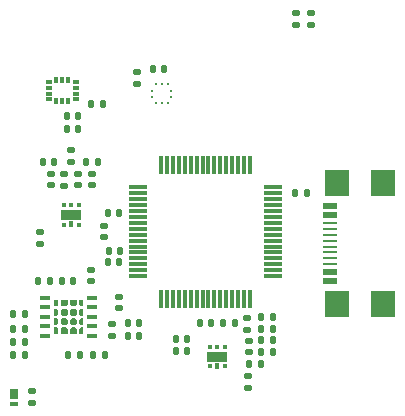
<source format=gbr>
%TF.GenerationSoftware,KiCad,Pcbnew,9.0.1*%
%TF.CreationDate,2025-04-28T02:05:13+08:00*%
%TF.ProjectId,Flight_Control,466c6967-6874-45f4-936f-6e74726f6c2e,rev?*%
%TF.SameCoordinates,Original*%
%TF.FileFunction,Paste,Top*%
%TF.FilePolarity,Positive*%
%FSLAX46Y46*%
G04 Gerber Fmt 4.6, Leading zero omitted, Abs format (unit mm)*
G04 Created by KiCad (PCBNEW 9.0.1) date 2025-04-28 02:05:13*
%MOMM*%
%LPD*%
G01*
G04 APERTURE LIST*
G04 Aperture macros list*
%AMRoundRect*
0 Rectangle with rounded corners*
0 $1 Rounding radius*
0 $2 $3 $4 $5 $6 $7 $8 $9 X,Y pos of 4 corners*
0 Add a 4 corners polygon primitive as box body*
4,1,4,$2,$3,$4,$5,$6,$7,$8,$9,$2,$3,0*
0 Add four circle primitives for the rounded corners*
1,1,$1+$1,$2,$3*
1,1,$1+$1,$4,$5*
1,1,$1+$1,$6,$7*
1,1,$1+$1,$8,$9*
0 Add four rect primitives between the rounded corners*
20,1,$1+$1,$2,$3,$4,$5,0*
20,1,$1+$1,$4,$5,$6,$7,0*
20,1,$1+$1,$6,$7,$8,$9,0*
20,1,$1+$1,$8,$9,$2,$3,0*%
G04 Aperture macros list end*
%ADD10C,0.000000*%
%ADD11RoundRect,0.140000X0.140000X0.170000X-0.140000X0.170000X-0.140000X-0.170000X0.140000X-0.170000X0*%
%ADD12RoundRect,0.140000X0.170000X-0.140000X0.170000X0.140000X-0.170000X0.140000X-0.170000X-0.140000X0*%
%ADD13RoundRect,0.135000X0.135000X0.185000X-0.135000X0.185000X-0.135000X-0.185000X0.135000X-0.185000X0*%
%ADD14RoundRect,0.140000X-0.140000X-0.170000X0.140000X-0.170000X0.140000X0.170000X-0.140000X0.170000X0*%
%ADD15R,1.150000X0.500000*%
%ADD16R,1.150000X0.250000*%
%ADD17R,2.000000X2.180000*%
%ADD18RoundRect,0.140000X-0.170000X0.140000X-0.170000X-0.140000X0.170000X-0.140000X0.170000X0.140000X0*%
%ADD19RoundRect,0.135000X-0.185000X0.135000X-0.185000X-0.135000X0.185000X-0.135000X0.185000X0.135000X0*%
%ADD20RoundRect,0.135000X0.185000X-0.135000X0.185000X0.135000X-0.185000X0.135000X-0.185000X-0.135000X0*%
%ADD21R,0.370000X0.450000*%
%ADD22R,0.370000X0.600000*%
%ADD23R,1.670000X0.900000*%
%ADD24R,0.279400X0.254000*%
%ADD25R,0.254000X0.279400*%
%ADD26RoundRect,0.075000X-0.700000X-0.075000X0.700000X-0.075000X0.700000X0.075000X-0.700000X0.075000X0*%
%ADD27RoundRect,0.075000X-0.075000X-0.700000X0.075000X-0.700000X0.075000X0.700000X-0.075000X0.700000X0*%
%ADD28R,0.533400X0.304800*%
%ADD29R,0.304800X0.533400*%
%ADD30RoundRect,0.135000X-0.135000X-0.185000X0.135000X-0.185000X0.135000X0.185000X-0.135000X0.185000X0*%
%ADD31R,0.838200X0.355600*%
%ADD32RoundRect,0.075000X-0.275000X0.390000X-0.275000X-0.390000X0.275000X-0.390000X0.275000X0.390000X0*%
%ADD33RoundRect,0.075000X-0.275000X0.075000X-0.275000X-0.075000X0.275000X-0.075000X0.275000X0.075000X0*%
%ADD34RoundRect,0.147500X-0.147500X-0.172500X0.147500X-0.172500X0.147500X0.172500X-0.147500X0.172500X0*%
G04 APERTURE END LIST*
D10*
%TO.C,U5*%
G36*
X143569100Y-120477800D02*
G01*
X142730900Y-120477800D01*
X142730900Y-120122200D01*
X143569100Y-120122200D01*
X143569100Y-120477800D01*
G37*
G36*
X143569100Y-121277801D02*
G01*
X142730900Y-121277801D01*
X142730900Y-120922201D01*
X143569100Y-120922201D01*
X143569100Y-121277801D01*
G37*
G36*
X143569100Y-122077799D02*
G01*
X142730900Y-122077799D01*
X142730900Y-121722199D01*
X143569100Y-121722199D01*
X143569100Y-122077799D01*
G37*
G36*
X143569100Y-122877800D02*
G01*
X142730900Y-122877800D01*
X142730900Y-122522200D01*
X143569100Y-122522200D01*
X143569100Y-122877800D01*
G37*
G36*
X143569100Y-123677798D02*
G01*
X142730900Y-123677798D01*
X142730900Y-123322198D01*
X143569100Y-123322198D01*
X143569100Y-123677798D01*
G37*
G36*
X147519100Y-120477800D02*
G01*
X146680900Y-120477800D01*
X146680900Y-120122200D01*
X147519100Y-120122200D01*
X147519100Y-120477800D01*
G37*
G36*
X147519100Y-121277798D02*
G01*
X146680900Y-121277798D01*
X146680900Y-120922198D01*
X147519100Y-120922198D01*
X147519100Y-121277798D01*
G37*
G36*
X147519100Y-122077799D02*
G01*
X146680900Y-122077799D01*
X146680900Y-121722199D01*
X147519100Y-121722199D01*
X147519100Y-122077799D01*
G37*
G36*
X147519100Y-122877797D02*
G01*
X146680900Y-122877797D01*
X146680900Y-122522197D01*
X147519100Y-122522197D01*
X147519100Y-122877797D01*
G37*
G36*
X147519100Y-123677798D02*
G01*
X146680900Y-123677798D01*
X146680900Y-123322198D01*
X147519100Y-123322198D01*
X147519100Y-123677798D01*
G37*
G36*
X144237600Y-120871178D02*
G01*
X144096179Y-121012599D01*
X143904530Y-121012599D01*
X143904530Y-120476329D01*
X144237600Y-120476329D01*
X144237600Y-120871178D01*
G37*
G36*
X144237600Y-122928820D02*
G01*
X144237600Y-123323669D01*
X143904530Y-123323669D01*
X143904530Y-122787399D01*
X144096179Y-122787399D01*
X144237600Y-122928820D01*
G37*
G36*
X146345470Y-121012599D02*
G01*
X146153821Y-121012599D01*
X146012400Y-120871178D01*
X146012400Y-120476329D01*
X146345470Y-120476329D01*
X146345470Y-121012599D01*
G37*
G36*
X146345470Y-123323669D02*
G01*
X146012400Y-123323669D01*
X146012400Y-122928820D01*
X146153821Y-122787399D01*
X146345470Y-122787399D01*
X146345470Y-123323669D01*
G37*
G36*
X144237600Y-121354020D02*
G01*
X144237600Y-121658578D01*
X144096179Y-121799999D01*
X143904530Y-121799999D01*
X143904530Y-121212599D01*
X144096179Y-121212599D01*
X144237600Y-121354020D01*
G37*
G36*
X144237600Y-122141420D02*
G01*
X144237600Y-122445978D01*
X144096179Y-122587399D01*
X143904530Y-122587399D01*
X143904530Y-121999999D01*
X144096179Y-121999999D01*
X144237600Y-122141420D01*
G37*
G36*
X145025000Y-120871178D02*
G01*
X144883579Y-121012599D01*
X144579021Y-121012599D01*
X144437600Y-120871178D01*
X144437600Y-120476329D01*
X145025000Y-120476329D01*
X145025000Y-120871178D01*
G37*
G36*
X145025000Y-122928820D02*
G01*
X145025000Y-123323669D01*
X144437600Y-123323669D01*
X144437600Y-122928820D01*
X144579021Y-122787399D01*
X144883579Y-122787399D01*
X145025000Y-122928820D01*
G37*
G36*
X145812400Y-120871178D02*
G01*
X145670979Y-121012599D01*
X145366421Y-121012599D01*
X145225000Y-120871178D01*
X145225000Y-120476329D01*
X145812400Y-120476329D01*
X145812400Y-120871178D01*
G37*
G36*
X145812400Y-122928820D02*
G01*
X145812400Y-123323669D01*
X145225000Y-123323669D01*
X145225000Y-122928820D01*
X145366421Y-122787399D01*
X145670979Y-122787399D01*
X145812400Y-122928820D01*
G37*
G36*
X146345470Y-121799999D02*
G01*
X146153821Y-121799999D01*
X146012400Y-121658578D01*
X146012400Y-121354020D01*
X146153821Y-121212599D01*
X146345470Y-121212599D01*
X146345470Y-121799999D01*
G37*
G36*
X146345470Y-122587399D02*
G01*
X146153821Y-122587399D01*
X146012400Y-122445978D01*
X146012400Y-122141420D01*
X146153821Y-121999999D01*
X146345470Y-121999999D01*
X146345470Y-122587399D01*
G37*
G36*
X145025000Y-121354020D02*
G01*
X145025000Y-121658578D01*
X144883579Y-121799999D01*
X144579021Y-121799999D01*
X144437600Y-121658578D01*
X144437600Y-121354020D01*
X144579021Y-121212599D01*
X144883579Y-121212599D01*
X145025000Y-121354020D01*
G37*
G36*
X145025000Y-122141420D02*
G01*
X145025000Y-122445978D01*
X144883579Y-122587399D01*
X144579021Y-122587399D01*
X144437600Y-122445978D01*
X144437600Y-122141420D01*
X144579021Y-121999999D01*
X144883579Y-121999999D01*
X145025000Y-122141420D01*
G37*
G36*
X145812400Y-121354020D02*
G01*
X145812400Y-121658578D01*
X145670979Y-121799999D01*
X145366421Y-121799999D01*
X145225000Y-121658578D01*
X145225000Y-121354020D01*
X145366421Y-121212599D01*
X145670979Y-121212599D01*
X145812400Y-121354020D01*
G37*
G36*
X145812400Y-122141420D02*
G01*
X145812400Y-122445978D01*
X145670979Y-122587399D01*
X145366421Y-122587399D01*
X145225000Y-122445978D01*
X145225000Y-122141420D01*
X145366421Y-121999999D01*
X145670979Y-121999999D01*
X145812400Y-122141420D01*
G37*
%TD*%
D11*
%TO.C,C37*%
X148520000Y-116300000D03*
X149480000Y-116300000D03*
%TD*%
%TO.C,C24*%
X155160000Y-123800000D03*
X154200000Y-123800000D03*
%TD*%
D12*
%TO.C,C20*%
X147000000Y-118880000D03*
X147000000Y-117920000D03*
%TD*%
D11*
%TO.C,C4*%
X145900000Y-106000000D03*
X144940000Y-106000000D03*
%TD*%
D13*
%TO.C,R4*%
X141410000Y-125100000D03*
X140390000Y-125100000D03*
%TD*%
D14*
%TO.C,C11*%
X146620000Y-108800000D03*
X147580000Y-108800000D03*
%TD*%
D15*
%TO.C,J2*%
X167262500Y-118900000D03*
X167262500Y-118100000D03*
D16*
X167262500Y-116950000D03*
X167262500Y-115950000D03*
X167262500Y-115450000D03*
X167262500Y-114450000D03*
D15*
X167262500Y-112500000D03*
X167262500Y-113300000D03*
D16*
X167262500Y-113950000D03*
X167262500Y-114950000D03*
X167262500Y-116450000D03*
X167262500Y-117450000D03*
D17*
X167837500Y-120810000D03*
X167837500Y-110590000D03*
X171767500Y-120810000D03*
X171767500Y-110590000D03*
%TD*%
D18*
%TO.C,C1*%
X150900000Y-101200000D03*
X150900000Y-102160000D03*
%TD*%
D11*
%TO.C,C35*%
X143900000Y-108800000D03*
X142940000Y-108800000D03*
%TD*%
D18*
%TO.C,C32*%
X160400000Y-123920000D03*
X160400000Y-124880000D03*
%TD*%
D19*
%TO.C,R10*%
X148800000Y-122490000D03*
X148800000Y-123510000D03*
%TD*%
D12*
%TO.C,C26*%
X148100000Y-115180000D03*
X148100000Y-114220000D03*
%TD*%
D11*
%TO.C,C14*%
X141380000Y-121700000D03*
X140420000Y-121700000D03*
%TD*%
D20*
%TO.C,R13*%
X160300000Y-127910000D03*
X160300000Y-126890000D03*
%TD*%
D21*
%TO.C,IC2*%
X144700000Y-114100000D03*
D22*
X145350000Y-114025000D03*
D21*
X146000000Y-114100000D03*
X146000000Y-112450000D03*
X145350000Y-112450000D03*
X144700000Y-112450000D03*
D23*
X145350000Y-113275000D03*
%TD*%
D24*
%TO.C,U2*%
X152212600Y-102750000D03*
X152212600Y-103250000D03*
D25*
X152500001Y-103787400D03*
X153000000Y-103787400D03*
X153499999Y-103787400D03*
D24*
X153787400Y-103250000D03*
X153787400Y-102750000D03*
D25*
X153499999Y-102212600D03*
X153000000Y-102212600D03*
X152500001Y-102212600D03*
%TD*%
D18*
%TO.C,C12*%
X145900000Y-109820000D03*
X145900000Y-110780000D03*
%TD*%
D14*
%TO.C,C25*%
X160420000Y-125900000D03*
X161380000Y-125900000D03*
%TD*%
%TO.C,C3*%
X147040000Y-103900000D03*
X148000000Y-103900000D03*
%TD*%
D19*
%TO.C,R14*%
X165600000Y-96190000D03*
X165600000Y-97210000D03*
%TD*%
D14*
%TO.C,C33*%
X161440000Y-122900000D03*
X162400000Y-122900000D03*
%TD*%
%TO.C,C30*%
X164320000Y-111400000D03*
X165280000Y-111400000D03*
%TD*%
%TO.C,C21*%
X150120000Y-122400000D03*
X151080000Y-122400000D03*
%TD*%
D18*
%TO.C,C29*%
X160200000Y-122020000D03*
X160200000Y-122980000D03*
%TD*%
D26*
%TO.C,U1*%
X151025000Y-110950000D03*
X151025000Y-111450000D03*
X151025000Y-111950000D03*
X151025000Y-112450000D03*
X151025000Y-112950000D03*
X151025000Y-113450000D03*
X151025000Y-113950000D03*
X151025000Y-114450000D03*
X151025000Y-114950000D03*
X151025000Y-115450000D03*
X151025000Y-115950000D03*
X151025000Y-116450000D03*
X151025000Y-116950000D03*
X151025000Y-117450000D03*
X151025000Y-117950000D03*
X151025000Y-118450000D03*
D27*
X152950000Y-120375000D03*
X153450000Y-120375000D03*
X153950000Y-120375000D03*
X154450000Y-120375000D03*
X154950000Y-120375000D03*
X155450000Y-120375000D03*
X155950000Y-120375000D03*
X156450000Y-120375000D03*
X156950000Y-120375000D03*
X157450000Y-120375000D03*
X157950000Y-120375000D03*
X158450000Y-120375000D03*
X158950000Y-120375000D03*
X159450000Y-120375000D03*
X159950000Y-120375000D03*
X160450000Y-120375000D03*
D26*
X162375000Y-118450000D03*
X162375000Y-117950000D03*
X162375000Y-117450000D03*
X162375000Y-116950000D03*
X162375000Y-116450000D03*
X162375000Y-115950000D03*
X162375000Y-115450000D03*
X162375000Y-114950000D03*
X162375000Y-114450000D03*
X162375000Y-113950000D03*
X162375000Y-113450000D03*
X162375000Y-112950000D03*
X162375000Y-112450000D03*
X162375000Y-111950000D03*
X162375000Y-111450000D03*
X162375000Y-110950000D03*
D27*
X160450000Y-109025000D03*
X159950000Y-109025000D03*
X159450000Y-109025000D03*
X158950000Y-109025000D03*
X158450000Y-109025000D03*
X157950000Y-109025000D03*
X157450000Y-109025000D03*
X156950000Y-109025000D03*
X156450000Y-109025000D03*
X155950000Y-109025000D03*
X155450000Y-109025000D03*
X154950000Y-109025000D03*
X154450000Y-109025000D03*
X153950000Y-109025000D03*
X153450000Y-109025000D03*
X152950000Y-109025000D03*
%TD*%
D14*
%TO.C,C7*%
X161440000Y-123900000D03*
X162400000Y-123900000D03*
%TD*%
D18*
%TO.C,C18*%
X149400000Y-120220000D03*
X149400000Y-121180000D03*
%TD*%
%TO.C,C22*%
X142000000Y-128220000D03*
X142000000Y-129180000D03*
%TD*%
D11*
%TO.C,C28*%
X149400000Y-113100000D03*
X148440000Y-113100000D03*
%TD*%
%TO.C,C31*%
X157200000Y-122400000D03*
X156240000Y-122400000D03*
%TD*%
D18*
%TO.C,C34*%
X147100000Y-109820000D03*
X147100000Y-110780000D03*
%TD*%
D14*
%TO.C,C6*%
X161440000Y-121900000D03*
X162400000Y-121900000D03*
%TD*%
D13*
%TO.C,R8*%
X148210000Y-125110000D03*
X147190000Y-125110000D03*
%TD*%
D18*
%TO.C,C23*%
X164400000Y-96220000D03*
X164400000Y-97180000D03*
%TD*%
D11*
%TO.C,C36*%
X149400000Y-117300000D03*
X148440000Y-117300000D03*
%TD*%
D21*
%TO.C,IC1*%
X157050000Y-126100000D03*
D22*
X157700000Y-126025000D03*
D21*
X158350000Y-126100000D03*
X158350000Y-124450000D03*
X157700000Y-124450000D03*
X157050000Y-124450000D03*
D23*
X157700000Y-125275000D03*
%TD*%
D14*
%TO.C,C17*%
X142540000Y-118900000D03*
X143500000Y-118900000D03*
%TD*%
D28*
%TO.C,U3*%
X143439400Y-101999999D03*
X143439400Y-102500000D03*
X143439400Y-103000000D03*
X143439400Y-103500001D03*
D29*
X144069701Y-103639000D03*
X144569700Y-103639000D03*
X145069699Y-103639000D03*
D28*
X145700000Y-103500001D03*
X145700000Y-103000000D03*
X145700000Y-102500000D03*
X145700000Y-101999999D03*
D29*
X145069699Y-101861000D03*
X144569700Y-101861000D03*
X144069701Y-101861000D03*
%TD*%
D18*
%TO.C,C13*%
X144700000Y-109840000D03*
X144700000Y-110800000D03*
%TD*%
D30*
%TO.C,R12*%
X158190000Y-122400000D03*
X159210000Y-122400000D03*
%TD*%
D11*
%TO.C,C8*%
X155160000Y-124800000D03*
X154200000Y-124800000D03*
%TD*%
D12*
%TO.C,C10*%
X145300000Y-108780000D03*
X145300000Y-107820000D03*
%TD*%
D14*
%TO.C,C2*%
X152240000Y-100900000D03*
X153200000Y-100900000D03*
%TD*%
D18*
%TO.C,C27*%
X143600000Y-109820000D03*
X143600000Y-110780000D03*
%TD*%
D11*
%TO.C,C15*%
X141380000Y-122900000D03*
X140420000Y-122900000D03*
%TD*%
D31*
%TO.C,U5*%
X143150000Y-120300000D03*
X143150000Y-121100001D03*
X143150000Y-121899999D03*
X143150000Y-122700000D03*
X143150000Y-123499998D03*
X147100000Y-123499998D03*
X147100000Y-122699997D03*
X147100000Y-121899999D03*
X147100000Y-121099998D03*
X147100000Y-120300000D03*
%TD*%
D14*
%TO.C,C9*%
X161440000Y-124900000D03*
X162400000Y-124900000D03*
%TD*%
D32*
%TO.C,D5*%
X140500000Y-128400000D03*
D33*
X140500000Y-129285000D03*
%TD*%
D13*
%TO.C,R9*%
X146110000Y-125100000D03*
X145090000Y-125100000D03*
%TD*%
D11*
%TO.C,C16*%
X141380000Y-124000000D03*
X140420000Y-124000000D03*
%TD*%
D14*
%TO.C,C19*%
X150140000Y-123500000D03*
X151100000Y-123500000D03*
%TD*%
D19*
%TO.C,R15*%
X142700000Y-114690000D03*
X142700000Y-115710000D03*
%TD*%
D34*
%TO.C,L1*%
X144530000Y-118900000D03*
X145500000Y-118900000D03*
%TD*%
D11*
%TO.C,C5*%
X145900000Y-104900000D03*
X144940000Y-104900000D03*
%TD*%
M02*

</source>
